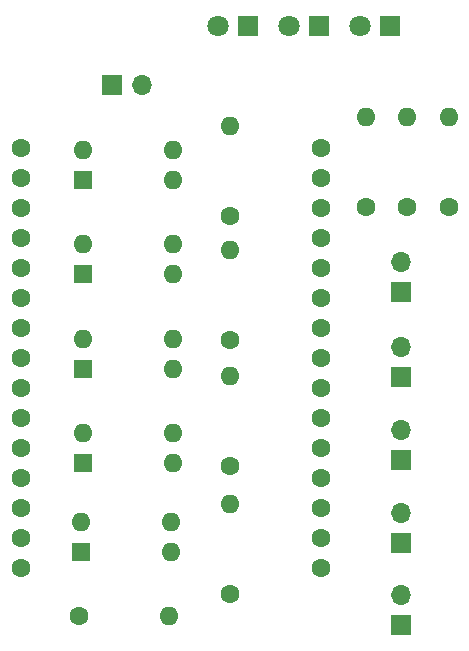
<source format=gts>
G04 #@! TF.GenerationSoftware,KiCad,Pcbnew,8.0.6*
G04 #@! TF.CreationDate,2025-10-25T19:24:46+02:00*
G04 #@! TF.ProjectId,COSMO Adapter v1.0,434f534d-4f20-4416-9461-707465722076,rev?*
G04 #@! TF.SameCoordinates,Original*
G04 #@! TF.FileFunction,Soldermask,Top*
G04 #@! TF.FilePolarity,Negative*
%FSLAX46Y46*%
G04 Gerber Fmt 4.6, Leading zero omitted, Abs format (unit mm)*
G04 Created by KiCad (PCBNEW 8.0.6) date 2025-10-25 19:24:46*
%MOMM*%
%LPD*%
G01*
G04 APERTURE LIST*
%ADD10R,1.700000X1.700000*%
%ADD11O,1.700000X1.700000*%
%ADD12C,1.600000*%
%ADD13O,1.600000X1.600000*%
%ADD14R,1.800000X1.800000*%
%ADD15C,1.800000*%
%ADD16R,1.600000X1.600000*%
G04 APERTURE END LIST*
D10*
X166500000Y-117275000D03*
D11*
X166500000Y-114735000D03*
D12*
X163500000Y-88810000D03*
D13*
X163500000Y-81190000D03*
D10*
X166500000Y-124275000D03*
D11*
X166500000Y-121735000D03*
D12*
X134255000Y-83875000D03*
X134255000Y-91495000D03*
X134255000Y-94035000D03*
X134255000Y-101655000D03*
X159655000Y-91495000D03*
X159655000Y-88955000D03*
X159655000Y-94035000D03*
X134255000Y-88955000D03*
X134255000Y-104195000D03*
X134255000Y-106735000D03*
X134255000Y-109275000D03*
X134255000Y-116895000D03*
X134255000Y-119435000D03*
X159655000Y-101655000D03*
X159655000Y-99115000D03*
X159655000Y-96575000D03*
X159655000Y-106735000D03*
X159655000Y-104195000D03*
X159655000Y-111815000D03*
X159655000Y-109275000D03*
X159655000Y-119435000D03*
X134255000Y-86415000D03*
X159655000Y-86415000D03*
X134255000Y-111815000D03*
X134255000Y-96575000D03*
X134255000Y-114355000D03*
X134255000Y-99115000D03*
X159655000Y-83875000D03*
X159655000Y-114355000D03*
X159655000Y-116895000D03*
D10*
X166500000Y-110275000D03*
D11*
X166500000Y-107735000D03*
D10*
X166500000Y-96040000D03*
D11*
X166500000Y-93500000D03*
D10*
X141960000Y-78500000D03*
D11*
X144500000Y-78500000D03*
D12*
X170500000Y-88810000D03*
D13*
X170500000Y-81190000D03*
D10*
X166500000Y-103275000D03*
D11*
X166500000Y-100735000D03*
D12*
X167000000Y-88810000D03*
D13*
X167000000Y-81190000D03*
D12*
X139190000Y-123500000D03*
D13*
X146810000Y-123500000D03*
D14*
X165500000Y-73500000D03*
D15*
X162960000Y-73500000D03*
D12*
X152000000Y-89620000D03*
D13*
X152000000Y-82000000D03*
D12*
X152000000Y-121620000D03*
D13*
X152000000Y-114000000D03*
D16*
X139380000Y-118040000D03*
D13*
X139380000Y-115500000D03*
X147000000Y-115500000D03*
X147000000Y-118040000D03*
D14*
X159500000Y-73500000D03*
D15*
X156960000Y-73500000D03*
D16*
X139500000Y-94500000D03*
D13*
X139500000Y-91960000D03*
X147120000Y-91960000D03*
X147120000Y-94500000D03*
D14*
X153500000Y-73500000D03*
D15*
X150960000Y-73500000D03*
D16*
X139500000Y-110540000D03*
D13*
X139500000Y-108000000D03*
X147120000Y-108000000D03*
X147120000Y-110540000D03*
D12*
X152000000Y-110810000D03*
D13*
X152000000Y-103190000D03*
D16*
X139500000Y-102540000D03*
D13*
X139500000Y-100000000D03*
X147120000Y-100000000D03*
X147120000Y-102540000D03*
D16*
X139500000Y-86540000D03*
D13*
X139500000Y-84000000D03*
X147120000Y-84000000D03*
X147120000Y-86540000D03*
D12*
X152000000Y-100120000D03*
D13*
X152000000Y-92500000D03*
M02*

</source>
